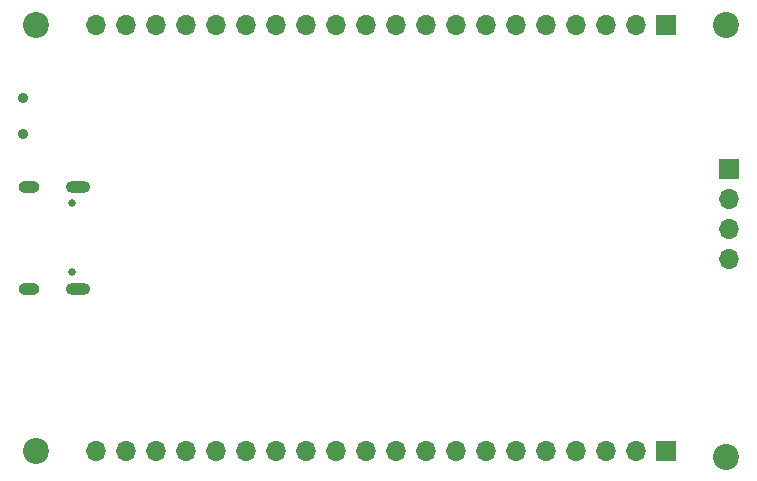
<source format=gbr>
%TF.GenerationSoftware,KiCad,Pcbnew,8.0.0*%
%TF.CreationDate,2024-03-08T02:50:51-08:00*%
%TF.ProjectId,blackpill,626c6163-6b70-4696-9c6c-2e6b69636164,rev?*%
%TF.SameCoordinates,Original*%
%TF.FileFunction,Soldermask,Bot*%
%TF.FilePolarity,Negative*%
%FSLAX46Y46*%
G04 Gerber Fmt 4.6, Leading zero omitted, Abs format (unit mm)*
G04 Created by KiCad (PCBNEW 8.0.0) date 2024-03-08 02:50:51*
%MOMM*%
%LPD*%
G01*
G04 APERTURE LIST*
%ADD10O,1.800000X1.000000*%
%ADD11O,2.100000X1.000000*%
%ADD12C,0.650000*%
%ADD13C,2.200000*%
%ADD14C,0.900000*%
%ADD15R,1.700000X1.700000*%
%ADD16O,1.700000X1.700000*%
G04 APERTURE END LIST*
D10*
%TO.C,J1*%
X57345000Y-96522000D03*
D11*
X61525000Y-96522000D03*
D10*
X57345000Y-87882000D03*
D11*
X61525000Y-87882000D03*
D12*
X61025000Y-95092000D03*
X61025000Y-89312000D03*
%TD*%
D13*
%TO.C,H2*%
X57912000Y-74168000D03*
%TD*%
D14*
%TO.C,SW1*%
X56870000Y-83400000D03*
X56870000Y-80400000D03*
%TD*%
D13*
%TO.C,H3*%
X57912000Y-110236000D03*
%TD*%
%TO.C,H4*%
X116332000Y-110744000D03*
%TD*%
D15*
%TO.C,J4*%
X111252000Y-74168000D03*
D16*
X108712000Y-74168000D03*
X106172000Y-74168000D03*
X103632000Y-74168000D03*
X101092000Y-74168000D03*
X98552000Y-74168000D03*
X96012000Y-74168000D03*
X93472000Y-74168000D03*
X90932000Y-74168000D03*
X88392000Y-74168000D03*
X85852000Y-74168000D03*
X83312000Y-74168000D03*
X80772000Y-74168000D03*
X78232000Y-74168000D03*
X75692000Y-74168000D03*
X73152000Y-74168000D03*
X70612000Y-74168000D03*
X68072000Y-74168000D03*
X65532000Y-74168000D03*
X62992000Y-74168000D03*
%TD*%
D13*
%TO.C,H1*%
X116332000Y-74168000D03*
%TD*%
D15*
%TO.C,J3*%
X111252000Y-110236000D03*
D16*
X108712000Y-110236000D03*
X106172000Y-110236000D03*
X103632000Y-110236000D03*
X101092000Y-110236000D03*
X98552000Y-110236000D03*
X96012000Y-110236000D03*
X93472000Y-110236000D03*
X90932000Y-110236000D03*
X88392000Y-110236000D03*
X85852000Y-110236000D03*
X83312000Y-110236000D03*
X80772000Y-110236000D03*
X78232000Y-110236000D03*
X75692000Y-110236000D03*
X73152000Y-110236000D03*
X70612000Y-110236000D03*
X68072000Y-110236000D03*
X65532000Y-110236000D03*
X62992000Y-110236000D03*
%TD*%
D15*
%TO.C,J2*%
X116586000Y-86360000D03*
D16*
X116586000Y-88900000D03*
X116586000Y-91440000D03*
X116586000Y-93980000D03*
%TD*%
M02*

</source>
